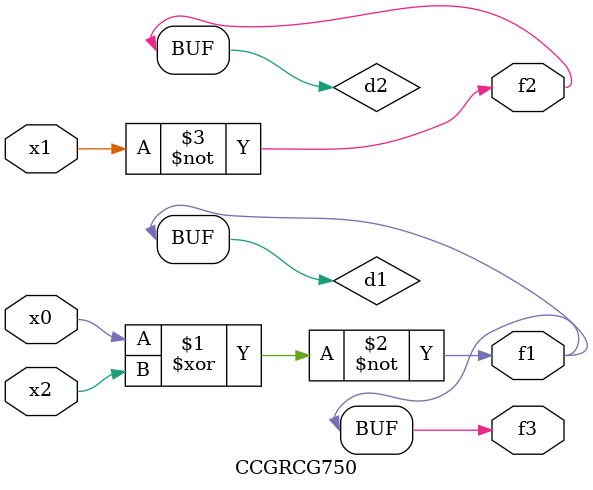
<source format=v>
module CCGRCG750(
	input x0, x1, x2,
	output f1, f2, f3
);

	wire d1, d2, d3;

	xnor (d1, x0, x2);
	nand (d2, x1);
	nor (d3, x1, x2);
	assign f1 = d1;
	assign f2 = d2;
	assign f3 = d1;
endmodule

</source>
